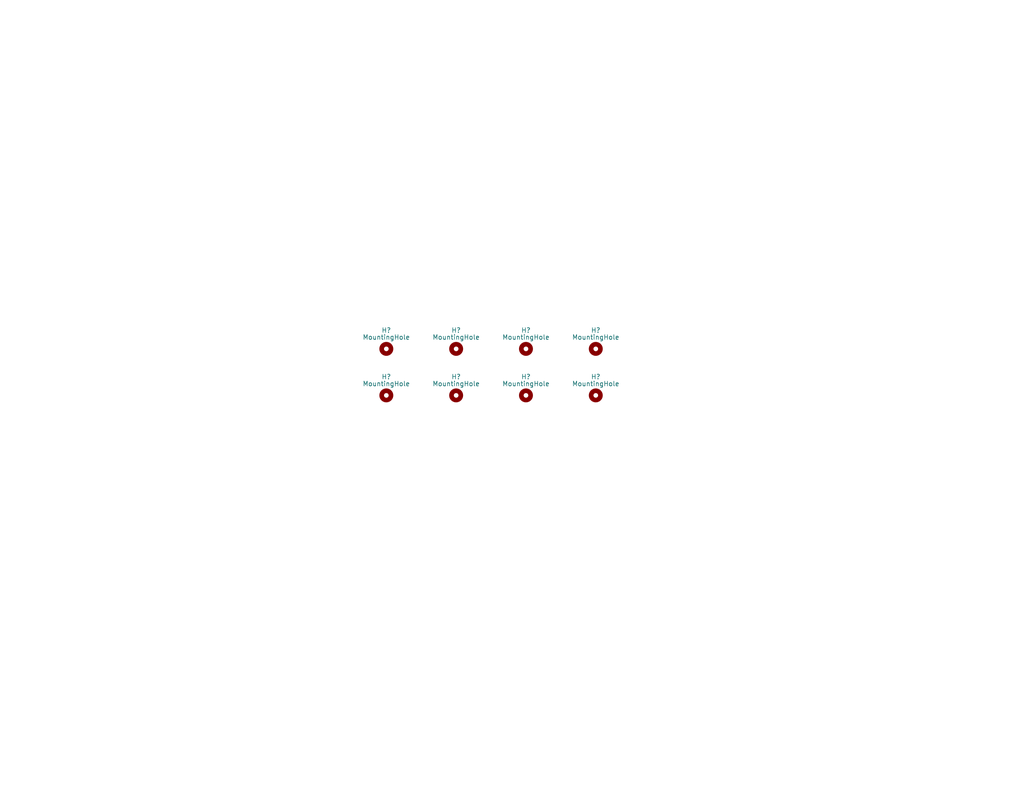
<source format=kicad_sch>
(kicad_sch (version 20230121) (generator eeschema)
  (paper "A")
  (title_block (title "Thermal Camera") (date "2023-11-12") (rev "PRELIM") (company "Drew Maatman and Michael Laffin"))
  (lib_symbols
    (symbol "Mechanical:MountingHole" (pin_names (offset 1.016))
      (property "Reference" "H" (at 0 5.08 0))
      (property "Value" "MountingHole" (at 0 3.175 0))
      (symbol "MountingHole_0_1"
        (circle (center 0 0) (radius 1.27) (stroke (width 1.27)))
      )
    )
  )
  (symbol (lib_id "Mechanical:MountingHole") (at 162.56 95.25 0) (unit 1)
    (property "Reference" "H?" (at 162.56 90.17 0))
    (property "Value" "MountingHole" (at 162.56 92.075 0))
    (property "Footprint" "MountingHole:MountingHole_3mm" (effects hide))
    (instances (project "VFD_Clock" (path "" (reference "H?") (unit 1))) (project "Nixie_Clock_Core" (path "" (reference "H2007") (unit 1))) (project "Thermal_Camera" (path "" (reference "H?") (unit 1))))
  )
  (symbol (lib_id "Mechanical:MountingHole") (at 143.51 95.25 0) (unit 1)
    (property "Reference" "H?" (at 143.51 90.17 0))
    (property "Value" "MountingHole" (at 143.51 92.075 0))
    (property "Footprint" "MountingHole:MountingHole_3mm" (effects hide))
    (instances (project "VFD_Clock" (path "" (reference "H?") (unit 1))) (project "Nixie_Clock_Core" (path "" (reference "H2005") (unit 1))) (project "Thermal_Camera" (path "" (reference "H?") (unit 1))))
  )
  (symbol (lib_id "Mechanical:MountingHole") (at 124.46 95.25 0) (unit 1)
    (property "Reference" "H?" (at 124.46 90.17 0))
    (property "Value" "MountingHole" (at 124.46 92.075 0))
    (property "Footprint" "MountingHole:MountingHole_3mm" (effects hide))
    (instances (project "VFD_Clock" (path "" (reference "H?") (unit 1))) (project "Nixie_Clock_Core" (path "" (reference "H2003") (unit 1))) (project "Thermal_Camera" (path "" (reference "H?") (unit 1))))
  )
  (symbol (lib_id "Mechanical:MountingHole") (at 143.51 107.95 0) (unit 1)
    (property "Reference" "H?" (at 143.51 102.87 0))
    (property "Value" "MountingHole" (at 143.51 104.775 0))
    (property "Footprint" "MountingHole:MountingHole_3mm" (effects hide))
    (instances (project "VFD_Clock" (path "" (reference "H?") (unit 1))) (project "Nixie_Clock_Core" (path "" (reference "H2006") (unit 1))) (project "Thermal_Camera" (path "" (reference "H?") (unit 1))))
  )
  (symbol (lib_id "Mechanical:MountingHole") (at 105.41 107.95 0) (unit 1)
    (property "Reference" "H?" (at 105.41 102.87 0))
    (property "Value" "MountingHole" (at 105.41 104.775 0))
    (property "Footprint" "MountingHole:MountingHole_3mm" (effects hide))
    (instances (project "VFD_Clock" (path "" (reference "H?") (unit 1))) (project "Nixie_Clock_Core" (path "" (reference "H2002") (unit 1))) (project "Thermal_Camera" (path "" (reference "H?") (unit 1))))
  )
  (symbol (lib_id "Mechanical:MountingHole") (at 162.56 107.95 0) (unit 1)
    (property "Reference" "H?" (at 162.56 102.87 0))
    (property "Value" "MountingHole" (at 162.56 104.775 0))
    (property "Footprint" "MountingHole:MountingHole_3mm" (effects hide))
    (instances (project "VFD_Clock" (path "" (reference "H?") (unit 1))) (project "Nixie_Clock_Core" (path "" (reference "H2008") (unit 1))) (project "Thermal_Camera" (path "" (reference "H?") (unit 1))))
  )
  (symbol (lib_id "Mechanical:MountingHole") (at 105.41 95.25 0) (unit 1)
    (property "Reference" "H?" (at 105.41 90.17 0))
    (property "Value" "MountingHole" (at 105.41 92.075 0))
    (property "Footprint" "MountingHole:MountingHole_3mm" (effects hide))
    (instances (project "VFD_Clock" (path "" (reference "H?") (unit 1))) (project "Nixie_Clock_Core" (path "" (reference "H2001") (unit 1))) (project "Thermal_Camera" (path "" (reference "H?") (unit 1))))
  )
  (symbol (lib_id "Mechanical:MountingHole") (at 124.46 107.95 0) (unit 1)
    (property "Reference" "H?" (at 124.46 102.87 0))
    (property "Value" "MountingHole" (at 124.46 104.775 0))
    (property "Footprint" "MountingHole:MountingHole_3mm" (effects hide))
    (instances (project "VFD_Clock" (path "" (reference "H?") (unit 1))) (project "Nixie_Clock_Core" (path "" (reference "H2004") (unit 1))) (project "Thermal_Camera" (path "" (reference "H?") (unit 1))))
  )
)
</source>
